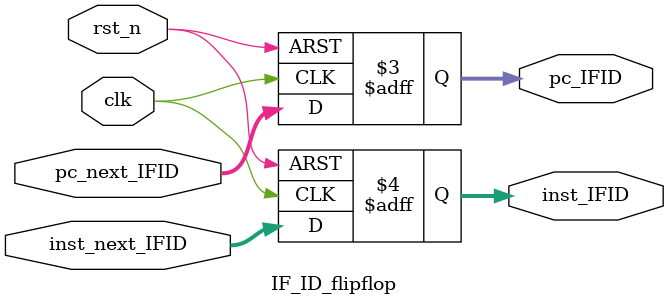
<source format=v>
`timescale 1ns / 1ps

module IF_ID_flipflop(
            input wire rst_n, clk,
            input wire [31:0] pc_next_IFID, inst_next_IFID,
            output reg [31:0] pc_IFID, inst_IFID
    );
    
    always @(negedge clk, negedge rst_n )
    if(~rst_n)
    begin
       pc_IFID <= 0;
       inst_IFID <= 0;
    end
    else 
    begin
       pc_IFID <= pc_next_IFID;
       inst_IFID <= inst_next_IFID;
    end
endmodule

</source>
